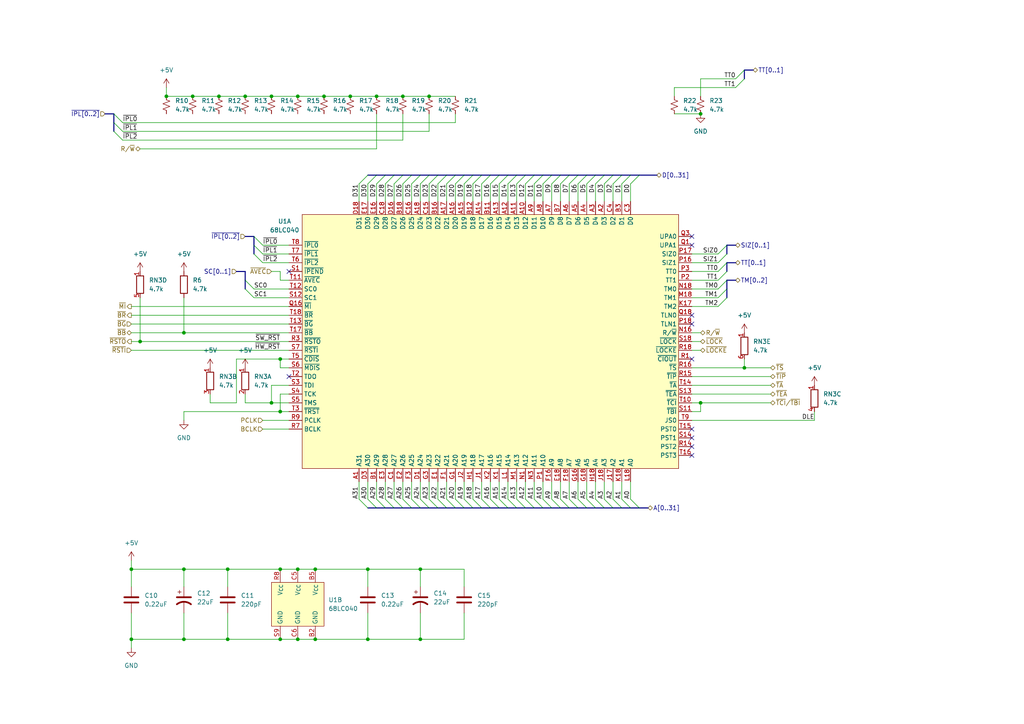
<source format=kicad_sch>
(kicad_sch (version 20230121) (generator eeschema)
  (paper "A4")
  (lib_symbols
    (symbol "68040:68LC040"
      (property "Reference" "U" (at 0 0 0))
      (property "Value" "68LC040" (at 0 0 0))
      (symbol "68LC040_1_1"
        (rectangle (start -54.61 36.83) (end 54.61 -36.83) (fill (type background)))
        (pin bidirectional line (at -38.1 -40.64 90) (length 3.81) (name "A31") (number "A1"))
        (pin bidirectional line (at 10.16 40.64 270) (length 3.81) (name "D12") (number "A10"))
        (pin bidirectional line (at 7.62 40.64 270) (length 3.81) (name "D13") (number "A11"))
        (pin bidirectional line (at 5.08 40.64 270) (length 3.81) (name "D14") (number "A12"))
        (pin bidirectional line (at 2.54 40.64 270) (length 3.81) (name "D15") (number "A13"))
        (pin bidirectional line (at -2.54 40.64 270) (length 3.81) (name "D17") (number "A14"))
        (pin bidirectional line (at -7.62 40.64 270) (length 3.81) (name "D19") (number "A15"))
        (pin bidirectional line (at -10.16 40.64 270) (length 3.81) (name "D20") (number "A16"))
        (pin bidirectional line (at -12.7 40.64 270) (length 3.81) (name "D21") (number "A17"))
        (pin bidirectional line (at -20.32 40.64 270) (length 3.81) (name "D24") (number "A18"))
        (pin bidirectional line (at 33.02 40.64 270) (length 3.81) (name "D3") (number "A2"))
        (pin bidirectional line (at 30.48 40.64 270) (length 3.81) (name "D4") (number "A3"))
        (pin bidirectional line (at 27.94 40.64 270) (length 3.81) (name "D5") (number "A4"))
        (pin bidirectional line (at 25.4 40.64 270) (length 3.81) (name "D6") (number "A5"))
        (pin bidirectional line (at 22.86 40.64 270) (length 3.81) (name "D7") (number "A6"))
        (pin bidirectional line (at 17.78 40.64 270) (length 3.81) (name "D9") (number "A7"))
        (pin bidirectional line (at 15.24 40.64 270) (length 3.81) (name "D10") (number "A8"))
        (pin bidirectional line (at 12.7 40.64 270) (length 3.81) (name "D11") (number "A9"))
        (pin bidirectional line (at -33.02 -40.64 90) (length 3.81) (name "A29") (number "B1"))
        (pin bidirectional line (at 0 40.64 270) (length 3.81) (name "D16") (number "B11"))
        (pin bidirectional line (at -5.08 40.64 270) (length 3.81) (name "D18") (number "B12"))
        (pin bidirectional line (at -15.24 40.64 270) (length 3.81) (name "D22") (number "B16"))
        (pin bidirectional line (at -25.4 40.64 270) (length 3.81) (name "D26") (number "B18"))
        (pin bidirectional line (at 38.1 40.64 270) (length 3.81) (name "D1") (number "B3"))
        (pin bidirectional line (at 20.32 40.64 270) (length 3.81) (name "D8") (number "B7"))
        (pin bidirectional line (at -27.94 -40.64 90) (length 3.81) (name "A27") (number "C1"))
        (pin bidirectional line (at -17.78 40.64 270) (length 3.81) (name "D23") (number "C15"))
        (pin bidirectional line (at -22.86 40.64 270) (length 3.81) (name "D25") (number "C16"))
        (pin bidirectional line (at -30.48 40.64 270) (length 3.81) (name "D28") (number "C18"))
        (pin bidirectional line (at 40.64 40.64 270) (length 3.81) (name "D0") (number "C3"))
        (pin bidirectional line (at 35.56 40.64 270) (length 3.81) (name "D2") (number "C4"))
        (pin bidirectional line (at -20.32 -40.64 90) (length 3.81) (name "A24") (number "D1"))
        (pin bidirectional line (at -27.94 40.64 270) (length 3.81) (name "D27") (number "D16"))
        (pin bidirectional line (at -38.1 40.64 270) (length 3.81) (name "D31") (number "D18"))
        (pin bidirectional line (at -35.56 -40.64 90) (length 3.81) (name "A30") (number "D3"))
        (pin bidirectional line (at -15.24 -40.64 90) (length 3.81) (name "A22") (number "E1"))
        (pin bidirectional line (at -33.02 40.64 270) (length 3.81) (name "D29") (number "E16"))
        (pin bidirectional line (at -35.56 40.64 270) (length 3.81) (name "D30") (number "E17"))
        (pin bidirectional line (at 20.32 -40.64 90) (length 3.81) (name "A8") (number "E18"))
        (pin bidirectional line (at -25.4 -40.64 90) (length 3.81) (name "A26") (number "E2"))
        (pin bidirectional line (at -30.48 -40.64 90) (length 3.81) (name "A28") (number "E3"))
        (pin bidirectional line (at -12.7 -40.64 90) (length 3.81) (name "A21") (number "F1"))
        (pin bidirectional line (at 17.78 -40.64 90) (length 3.81) (name "A9") (number "F16"))
        (pin bidirectional line (at 22.86 -40.64 90) (length 3.81) (name "A7") (number "F18"))
        (pin bidirectional line (at -22.86 -40.64 90) (length 3.81) (name "A25") (number "F3"))
        (pin bidirectional line (at -10.16 -40.64 90) (length 3.81) (name "A20") (number "G1"))
        (pin bidirectional line (at 25.4 -40.64 90) (length 3.81) (name "A6") (number "G16"))
        (pin bidirectional line (at 27.94 -40.64 90) (length 3.81) (name "A5") (number "G18"))
        (pin bidirectional line (at -17.78 -40.64 90) (length 3.81) (name "A23") (number "G3"))
        (pin bidirectional line (at -5.08 -40.64 90) (length 3.81) (name "A18") (number "H1"))
        (pin bidirectional line (at 30.48 -40.64 90) (length 3.81) (name "A4") (number "H18"))
        (pin bidirectional line (at -2.54 -40.64 90) (length 3.81) (name "A17") (number "J1"))
        (pin bidirectional line (at 35.56 -40.64 90) (length 3.81) (name "A2") (number "J17"))
        (pin bidirectional line (at 33.02 -40.64 90) (length 3.81) (name "A3") (number "J18"))
        (pin bidirectional line (at -7.62 -40.64 90) (length 3.81) (name "A19") (number "J2"))
        (pin bidirectional line (at 2.54 -40.64 90) (length 3.81) (name "A15") (number "K1"))
        (pin output line (at 58.42 10.16 180) (length 3.81) (name "TM2") (number "K17"))
        (pin bidirectional line (at 38.1 -40.64 90) (length 3.81) (name "A1") (number "K18"))
        (pin bidirectional line (at 0 -40.64 90) (length 3.81) (name "A16") (number "K2"))
        (pin bidirectional line (at 5.08 -40.64 90) (length 3.81) (name "A14") (number "L1"))
        (pin bidirectional line (at 40.64 -40.64 90) (length 3.81) (name "A0") (number "L18"))
        (pin bidirectional line (at 7.62 -40.64 90) (length 3.81) (name "A13") (number "M1"))
        (pin output line (at 58.42 12.7 180) (length 3.81) (name "TM1") (number "M18"))
        (pin bidirectional line (at 10.16 -40.64 90) (length 3.81) (name "A12") (number "N1"))
        (pin bidirectional line (at 58.42 2.54 180) (length 3.81) (name "R/~{W}") (number "N16"))
        (pin output line (at 58.42 15.24 180) (length 3.81) (name "TM0") (number "N18"))
        (pin bidirectional line (at 12.7 -40.64 90) (length 3.81) (name "A11") (number "N3"))
        (pin bidirectional line (at 15.24 -40.64 90) (length 3.81) (name "A10") (number "P1"))
        (pin bidirectional line (at 58.42 22.86 180) (length 3.81) (name "SIZ1") (number "P16"))
        (pin bidirectional line (at 58.42 25.4 180) (length 3.81) (name "SIZ0") (number "P17"))
        (pin output line (at 58.42 5.08 180) (length 3.81) (name "TLN1") (number "P18"))
        (pin bidirectional line (at 58.42 17.78 180) (length 3.81) (name "TT1") (number "P2"))
        (pin bidirectional line (at 58.42 20.32 180) (length 3.81) (name "TT0") (number "P3"))
        (pin output line (at 58.42 27.94 180) (length 3.81) (name "UPA1") (number "Q1"))
        (pin output line (at -58.42 10.16 0) (length 3.81) (name "~{MI}") (number "Q16"))
        (pin output line (at 58.42 7.62 180) (length 3.81) (name "TLN0") (number "Q18"))
        (pin output line (at 58.42 30.48 180) (length 3.81) (name "UPA0") (number "Q3"))
        (pin output line (at 58.42 -5.08 180) (length 3.81) (name "~{CIOUT}") (number "R1"))
        (pin output line (at 58.42 -30.48 180) (length 3.81) (name "PST2") (number "R14"))
        (pin output line (at 58.42 -10.16 180) (length 3.81) (name "~{TIP}") (number "R15"))
        (pin bidirectional line (at 58.42 -7.62 180) (length 3.81) (name "~{TS}") (number "R16"))
        (pin output line (at 58.42 -2.54 180) (length 3.81) (name "~{LOCKE}") (number "R18"))
        (pin output line (at -58.42 0 0) (length 3.81) (name "~{RSTO}") (number "R3"))
        (pin input line (at -58.42 -25.4 0) (length 3.81) (name "BCLK") (number "R7"))
        (pin input line (at -58.42 -22.86 0) (length 3.81) (name "PCLK") (number "R9"))
        (pin output line (at -58.42 20.32 0) (length 3.81) (name "~{IPEND}") (number "S1"))
        (pin input line (at 58.42 -20.32 180) (length 3.81) (name "~{TBI}") (number "S11"))
        (pin input line (at -58.42 12.7 0) (length 3.81) (name "SC1") (number "S12"))
        (pin input line (at 58.42 -15.24 180) (length 3.81) (name "~{TEA}") (number "S13"))
        (pin output line (at 58.42 -27.94 180) (length 3.81) (name "PST1") (number "S14"))
        (pin output line (at 58.42 0 180) (length 3.81) (name "~{LOCK}") (number "S18"))
        (pin input line (at -58.42 -12.7 0) (length 3.81) (name "TDI") (number "S3"))
        (pin input line (at -58.42 -15.24 0) (length 3.81) (name "TCK") (number "S4"))
        (pin input line (at -58.42 -17.78 0) (length 3.81) (name "TMS") (number "S5"))
        (pin input line (at -58.42 -7.62 0) (length 3.81) (name "~{MDIS}") (number "S6"))
        (pin input line (at -58.42 -2.54 0) (length 3.81) (name "~{RSTI}") (number "S7"))
        (pin input line (at 58.42 -17.78 180) (length 3.81) (name "~{TCI}") (number "T10"))
        (pin input line (at -58.42 17.78 0) (length 3.81) (name "~{AVEC}") (number "T11"))
        (pin input line (at -58.42 15.24 0) (length 3.81) (name "SC0") (number "T12"))
        (pin input line (at -58.42 5.08 0) (length 3.81) (name "~{BG}") (number "T13"))
        (pin bidirectional line (at 58.42 -12.7 180) (length 3.81) (name "~{TA}") (number "T14"))
        (pin output line (at 58.42 -25.4 180) (length 3.81) (name "PST0") (number "T15"))
        (pin output line (at 58.42 -33.02 180) (length 3.81) (name "PST3") (number "T16"))
        (pin bidirectional line (at -58.42 2.54 0) (length 3.81) (name "~{BB}") (number "T17"))
        (pin output line (at -58.42 7.62 0) (length 3.81) (name "~{BR}") (number "T18"))
        (pin output line (at -58.42 -10.16 0) (length 3.81) (name "TDO") (number "T2"))
        (pin input line (at -58.42 -20.32 0) (length 3.81) (name "~{TRST}") (number "T3"))
        (pin input line (at -58.42 -5.08 0) (length 3.81) (name "~{CDIS}") (number "T5"))
        (pin input line (at -58.42 22.86 0) (length 3.81) (name "~{IPL2}") (number "T6"))
        (pin input line (at -58.42 25.4 0) (length 3.81) (name "~{IPL1}") (number "T7"))
        (pin input line (at -58.42 27.94 0) (length 3.81) (name "~{IPL0}") (number "T8"))
        (pin input line (at 58.42 -22.86 180) (length 3.81) (name "JS0") (number "T9"))
      )
      (symbol "68LC040_2_1"
        (rectangle (start -7.62 6.35) (end 7.62 -6.35) (fill (type background)))
        (pin passive line (at 5.08 -10.16 90) (length 3.81) hide (name "GND") (number "B10"))
        (pin passive line (at 5.08 -10.16 90) (length 3.81) hide (name "GND") (number "B13"))
        (pin passive line (at 5.08 10.16 270) (length 3.81) hide (name "V_{CC}") (number "B14"))
        (pin passive line (at 5.08 -10.16 90) (length 3.81) hide (name "GND") (number "B15"))
        (pin passive line (at 5.08 -10.16 90) (length 3.81) hide (name "GND") (number "B17"))
        (pin power_in line (at 5.08 -10.16 90) (length 3.81) (name "GND") (number "B2"))
        (pin passive line (at 5.08 -10.16 90) (length 3.81) hide (name "GND") (number "B4"))
        (pin power_in line (at 5.08 10.16 270) (length 3.81) (name "V_{CC}") (number "B5"))
        (pin passive line (at 5.08 -10.16 90) (length 3.81) hide (name "GND") (number "B6"))
        (pin passive line (at 5.08 -10.16 90) (length 3.81) hide (name "GND") (number "B8"))
        (pin passive line (at 5.08 10.16 270) (length 3.81) hide (name "V_{CC}") (number "B9"))
        (pin passive line (at 0 10.16 270) (length 3.81) hide (name "V_{CC}") (number "C10"))
        (pin passive line (at 0 -10.16 90) (length 3.81) hide (name "GND") (number "C11"))
        (pin passive line (at 0 10.16 270) (length 3.81) hide (name "V_{CC}") (number "C12"))
        (pin passive line (at 0 -10.16 90) (length 3.81) hide (name "GND") (number "C13"))
        (pin passive line (at 0 10.16 270) (length 3.81) hide (name "V_{CC}") (number "C14"))
        (pin passive line (at 5.08 10.16 270) (length 3.81) hide (name "V_{CC}") (number "C17"))
        (pin passive line (at 5.08 10.16 270) (length 3.81) hide (name "V_{CC}") (number "C2"))
        (pin power_in line (at 0 10.16 270) (length 3.81) (name "V_{CC}") (number "C5"))
        (pin power_in line (at 0 -10.16 90) (length 3.81) (name "GND") (number "C6"))
        (pin passive line (at 0 -10.16 90) (length 3.81) hide (name "GND") (number "C7"))
        (pin passive line (at 0 10.16 270) (length 3.81) hide (name "V_{CC}") (number "C8"))
        (pin passive line (at 0 -10.16 90) (length 3.81) hide (name "GND") (number "C9"))
        (pin passive line (at 5.08 -10.16 90) (length 3.81) hide (name "GND") (number "D17"))
        (pin passive line (at 5.08 -10.16 90) (length 3.81) hide (name "GND") (number "D2"))
        (pin passive line (at 5.08 -10.16 90) (length 3.81) hide (name "GND") (number "F17"))
        (pin passive line (at 5.08 -10.16 90) (length 3.81) hide (name "GND") (number "F2"))
        (pin passive line (at 5.08 10.16 270) (length 3.81) hide (name "V_{CC}") (number "G17"))
        (pin passive line (at 5.08 10.16 270) (length 3.81) hide (name "V_{CC}") (number "G2"))
        (pin passive line (at 0 10.16 270) (length 3.81) hide (name "V_{CC}") (number "H16"))
        (pin passive line (at 5.08 -10.16 90) (length 3.81) hide (name "GND") (number "H17"))
        (pin passive line (at 5.08 -10.16 90) (length 3.81) hide (name "GND") (number "H2"))
        (pin passive line (at 0 10.16 270) (length 3.81) hide (name "V_{CC}") (number "H3"))
        (pin passive line (at 0 10.16 270) (length 3.81) hide (name "V_{CC}") (number "J16"))
        (pin passive line (at 0 10.16 270) (length 3.81) hide (name "V_{CC}") (number "J3"))
        (pin passive line (at 0 -10.16 90) (length 3.81) hide (name "GND") (number "K16"))
        (pin passive line (at 0 -10.16 90) (length 3.81) hide (name "GND") (number "K3"))
        (pin passive line (at 0 10.16 270) (length 3.81) hide (name "V_{CC}") (number "L16"))
        (pin passive line (at 5.08 -10.16 90) (length 3.81) hide (name "GND") (number "L17"))
        (pin passive line (at 5.08 -10.16 90) (length 3.81) hide (name "GND") (number "L2"))
        (pin passive line (at 0 -10.16 90) (length 3.81) hide (name "GND") (number "L3"))
        (pin passive line (at 0 -10.16 90) (length 3.81) hide (name "GND") (number "M16"))
        (pin passive line (at 5.08 10.16 270) (length 3.81) hide (name "V_{CC}") (number "M17"))
        (pin passive line (at 5.08 10.16 270) (length 3.81) hide (name "V_{CC}") (number "M2"))
        (pin passive line (at 0 10.16 270) (length 3.81) hide (name "V_{CC}") (number "M3"))
        (pin passive line (at 5.08 -10.16 90) (length 3.81) hide (name "GND") (number "N17"))
        (pin passive line (at 5.08 -10.16 90) (length 3.81) hide (name "GND") (number "N2"))
        (pin passive line (at 5.08 -10.16 90) (length 3.81) hide (name "GND") (number "Q17"))
        (pin passive line (at 5.08 -10.16 90) (length 3.81) hide (name "GND") (number "Q2"))
        (pin passive line (at -5.08 -10.16 90) (length 3.81) hide (name "GND") (number "R10"))
        (pin passive line (at 0 -10.16 90) (length 3.81) hide (name "GND") (number "R11"))
        (pin passive line (at 0 10.16 270) (length 3.81) hide (name "V_{CC}") (number "R12"))
        (pin passive line (at 0 -10.16 90) (length 3.81) hide (name "GND") (number "R13"))
        (pin passive line (at 5.08 10.16 270) (length 3.81) hide (name "V_{CC}") (number "R17"))
        (pin passive line (at 5.08 10.16 270) (length 3.81) hide (name "V_{CC}") (number "R2"))
        (pin passive line (at 0 -10.16 90) (length 3.81) hide (name "GND") (number "R4"))
        (pin passive line (at 0 10.16 270) (length 3.81) hide (name "V_{CC}") (number "R5"))
        (pin passive line (at -5.08 -10.16 90) (length 3.81) hide (name "GND") (number "R6"))
        (pin power_in line (at -5.08 10.16 270) (length 3.81) (name "V_{CC}") (number "R8"))
        (pin passive line (at 0 -10.16 90) (length 3.81) hide (name "GND") (number "S10"))
        (pin passive line (at 5.08 -10.16 90) (length 3.81) hide (name "GND") (number "S15"))
        (pin passive line (at 5.08 10.16 270) (length 3.81) hide (name "V_{CC}") (number "S16"))
        (pin passive line (at 5.08 -10.16 90) (length 3.81) hide (name "GND") (number "S17"))
        (pin passive line (at 5.08 -10.16 90) (length 3.81) hide (name "GND") (number "S2"))
        (pin passive line (at -5.08 10.16 270) (length 3.81) hide (name "V_{CC}") (number "S8"))
        (pin power_in line (at -5.08 -10.16 90) (length 3.81) (name "GND") (number "S9"))
        (pin passive line (at 0 -10.16 90) (length 3.81) hide (name "GND") (number "T4"))
      )
    )
    (symbol "Device:C" (pin_numbers hide) (pin_names (offset 0.254))
      (property "Reference" "C" (at 0.635 2.54 0))
      (property "Value" "C" (at 0.635 -2.54 0))
      (symbol "C_0_1"
        (polyline (pts (xy -2.032 -0.762) (xy 2.032 -0.762)) (stroke (width 0.508)))
        (polyline (pts (xy -2.032 0.762) (xy 2.032 0.762)) (stroke (width 0.508)))
      )
      (symbol "C_1_1"
        (pin passive line (at 0 3.81 270) (length 2.794) (name "~") (number "1"))
        (pin passive line (at 0 -3.81 90) (length 2.794) (name "~") (number "2"))
      )
    )
    (symbol "Device:C_Polarized_US" (pin_numbers hide) (pin_names (offset 0.254) hide)
      (property "Reference" "C" (at 0.635 2.54 0))
      (property "Value" "C_Polarized_US" (at 0.635 -2.54 0))
      (symbol "C_Polarized_US_0_1"
        (polyline (pts (xy -2.032 0.762) (xy 2.032 0.762)) (stroke (width 0.508)))
        (polyline (pts (xy -1.778 2.286) (xy -0.762 2.286)))
        (polyline (pts (xy -1.27 1.778) (xy -1.27 2.794)))
        (arc (start 2.032 -1.27) (mid 0 -0.5572) (end -2.032 -1.27) (stroke (width 0.508)))
      )
      (symbol "C_Polarized_US_1_1"
        (pin passive line (at 0 3.81 270) (length 2.794) (name "~") (number "1"))
        (pin passive line (at 0 -3.81 90) (length 3.302) (name "~") (number "2"))
      )
    )
    (symbol "Device:R" (pin_numbers hide) (pin_names (offset 0))
      (property "Reference" "R" (at 2.032 0 90))
      (property "Value" "R" (at 0 0 90))
      (symbol "R_0_1"
        (rectangle (start -1.016 -2.54) (end 1.016 2.54) (stroke (width 0.254)))
      )
      (symbol "R_1_1"
        (pin passive line (at 0 3.81 270) (length 1.27) (name "~") (number "1"))
        (pin passive line (at 0 -3.81 90) (length 1.27) (name "~") (number "2"))
      )
    )
    (symbol "Device:R_Network05_Split" (pin_names (offset 0) hide)
      (property "Reference" "RN" (at 2.032 0 90))
      (property "Value" "R_Network05_Split" (at 0 0 90))
      (symbol "R_Network05_Split_0_1"
        (rectangle (start 1.016 2.54) (end -1.016 -2.54) (stroke (width 0.254)))
        (pin passive line (at 0 3.81 270) (length 1.27) (name "R1") (number "1"))
      )
      (symbol "R_Network05_Split_1_1"
        (pin passive line (at 0 -3.81 90) (length 1.27) (name "R1.2") (number "2"))
      )
      (symbol "R_Network05_Split_2_1"
        (pin passive line (at 0 -3.81 90) (length 1.27) (name "R2.2") (number "3"))
      )
      (symbol "R_Network05_Split_3_1"
        (pin passive line (at 0 -3.81 90) (length 1.27) (name "R3.2") (number "4"))
      )
      (symbol "R_Network05_Split_4_1"
        (pin passive line (at 0 -3.81 90) (length 1.27) (name "R4.2") (number "5"))
      )
      (symbol "R_Network05_Split_5_1"
        (pin passive line (at 0 -3.81 90) (length 1.27) (name "R5.2") (number "6"))
      )
    )
    (symbol "Device:R_Small_US" (pin_numbers hide) (pin_names (offset 0.254) hide)
      (property "Reference" "R" (at 0.762 0.508 0))
      (property "Value" "R_Small_US" (at 0.762 -1.016 0))
      (symbol "R_Small_US_1_1"
        (polyline (pts (xy 0 0) (xy 1.016 -0.381) (xy 0 -0.762) (xy -1.016 -1.143) (xy 0 -1.524)))
        (polyline (pts (xy 0 1.524) (xy 1.016 1.143) (xy 0 0.762) (xy -1.016 0.381) (xy 0 0)))
        (pin passive line (at 0 2.54 270) (length 1.016) (name "~") (number "1"))
        (pin passive line (at 0 -2.54 90) (length 1.016) (name "~") (number "2"))
      )
    )
    (symbol "power:+5V" (power) (pin_names (offset 0))
      (property "Value" "+5V" (at 0 3.556 0))
      (symbol "+5V_0_1"
        (polyline (pts (xy -0.762 1.27) (xy 0 2.54)))
        (polyline (pts (xy 0 0) (xy 0 2.54)))
        (polyline (pts (xy 0 2.54) (xy 0.762 1.27)))
      )
      (symbol "+5V_1_1"
        (pin power_in line (at 0 0 90) (length 0) hide (name "+5V") (number "1"))
      )
    )
    (symbol "power:GND" (power) (pin_names (offset 0))
      (property "Value" "GND" (at 0 -3.81 0))
      (symbol "GND_0_1"
        (polyline (pts (xy 0 0) (xy 0 -1.27) (xy 1.27 -1.27) (xy 0 -2.54) (xy -1.27 -1.27) (xy 0 -1.27)))
      )
      (symbol "GND_1_1"
        (pin power_in line (at 0 0 270) (length 0) hide (name "GND") (number "1"))
      )
    )
  )
  (junction (at 38.1 165.1))
  (junction (at 203.2 33.02))
  (junction (at 66.04 185.42))
  (junction (at 109.22 27.94))
  (junction (at 101.6 27.94))
  (junction (at 81.28 165.1))
  (junction (at 86.36 185.42))
  (junction (at 121.92 165.1))
  (junction (at 116.84 27.94))
  (junction (at 55.88 27.94))
  (junction (at 53.34 185.42))
  (junction (at 78.74 27.94))
  (junction (at 66.04 165.1))
  (junction (at 91.44 165.1))
  (junction (at 38.1 185.42))
  (junction (at 121.92 185.42))
  (junction (at 48.26 27.94))
  (junction (at 215.9 106.68))
  (junction (at 40.64 99.06))
  (junction (at 203.2 116.84))
  (junction (at 71.12 27.94))
  (junction (at 86.36 165.1))
  (junction (at 91.44 185.42))
  (junction (at 81.28 185.42))
  (junction (at 78.74 116.84))
  (junction (at 93.98 27.94))
  (junction (at 53.34 96.52))
  (junction (at 106.68 185.42))
  (junction (at 124.46 27.94))
  (junction (at 63.5 27.94))
  (junction (at 81.28 104.14))
  (junction (at 86.36 27.94))
  (junction (at 53.34 165.1))
  (junction (at 106.68 165.1))
  (junction (at 81.28 119.38))
  (no_connect (at 200.66 129.54))
  (no_connect (at 200.66 68.58))
  (no_connect (at 200.66 91.44))
  (no_connect (at 200.66 93.98))
  (no_connect (at 200.66 104.14))
  (no_connect (at 83.82 78.74))
  (no_connect (at 200.66 71.12))
  (no_connect (at 200.66 124.46))
  (no_connect (at 200.66 132.08))
  (no_connect (at 200.66 127))
  (no_connect (at 83.82 109.22))
  (bus_entry (at 149.86 53.34) (size 2.54 -2.54))
  (bus_entry (at 215.9 20.32) (size -2.54 2.54))
  (bus_entry (at 132.08 144.78) (size 2.54 2.54))
  (bus_entry (at 114.3 53.34) (size 2.54 -2.54))
  (bus_entry (at 157.48 53.34) (size 2.54 -2.54))
  (bus_entry (at 132.08 53.34) (size 2.54 -2.54))
  (bus_entry (at 33.02 38.1) (size 2.54 2.54))
  (bus_entry (at 119.38 53.34) (size 2.54 -2.54))
  (bus_entry (at 142.24 53.34) (size 2.54 -2.54))
  (bus_entry (at 210.82 86.36) (size -2.54 2.54))
  (bus_entry (at 157.48 144.78) (size 2.54 2.54))
  (bus_entry (at 210.82 81.28) (size -2.54 2.54))
  (bus_entry (at 149.86 144.78) (size 2.54 2.54))
  (bus_entry (at 116.84 144.78) (size 2.54 2.54))
  (bus_entry (at 71.12 83.82) (size 2.54 2.54))
  (bus_entry (at 147.32 53.34) (size 2.54 -2.54))
  (bus_entry (at 137.16 53.34) (size 2.54 -2.54))
  (bus_entry (at 109.22 144.78) (size 2.54 2.54))
  (bus_entry (at 142.24 144.78) (size 2.54 2.54))
  (bus_entry (at 180.34 53.34) (size 2.54 -2.54))
  (bus_entry (at 182.88 53.34) (size 2.54 -2.54))
  (bus_entry (at 177.8 144.78) (size 2.54 2.54))
  (bus_entry (at 175.26 144.78) (size 2.54 2.54))
  (bus_entry (at 210.82 83.82) (size -2.54 2.54))
  (bus_entry (at 210.82 73.66) (size -2.54 2.54))
  (bus_entry (at 73.66 73.66) (size 2.54 2.54))
  (bus_entry (at 124.46 53.34) (size 2.54 -2.54))
  (bus_entry (at 121.92 144.78) (size 2.54 2.54))
  (bus_entry (at 152.4 53.34) (size 2.54 -2.54))
  (bus_entry (at 106.68 144.78) (size 2.54 2.54))
  (bus_entry (at 111.76 144.78) (size 2.54 2.54))
  (bus_entry (at 129.54 53.34) (size 2.54 -2.54))
  (bus_entry (at 109.22 53.34) (size 2.54 -2.54))
  (bus_entry (at 177.8 53.34) (size 2.54 -2.54))
  (bus_entry (at 144.78 53.34) (size 2.54 -2.54))
  (bus_entry (at 167.64 53.34) (size 2.54 -2.54))
  (bus_entry (at 33.02 35.56) (size 2.54 2.54))
  (bus_entry (at 134.62 53.34) (size 2.54 -2.54))
  (bus_entry (at 134.62 144.78) (size 2.54 2.54))
  (bus_entry (at 124.46 144.78) (size 2.54 2.54))
  (bus_entry (at 165.1 144.78) (size 2.54 2.54))
  (bus_entry (at 175.26 53.34) (size 2.54 -2.54))
  (bus_entry (at 139.7 144.78) (size 2.54 2.54))
  (bus_entry (at 210.82 76.2) (size -2.54 2.54))
  (bus_entry (at 180.34 144.78) (size 2.54 2.54))
  (bus_entry (at 210.82 78.74) (size -2.54 2.54))
  (bus_entry (at 210.82 71.12) (size -2.54 2.54))
  (bus_entry (at 111.76 53.34) (size 2.54 -2.54))
  (bus_entry (at 172.72 144.78) (size 2.54 2.54))
  (bus_entry (at 165.1 53.34) (size 2.54 -2.54))
  (bus_entry (at 170.18 53.34) (size 2.54 -2.54))
  (bus_entry (at 167.64 144.78) (size 2.54 2.54))
  (bus_entry (at 147.32 144.78) (size 2.54 2.54))
  (bus_entry (at 154.94 144.78) (size 2.54 2.54))
  (bus_entry (at 172.72 53.34) (size 2.54 -2.54))
  (bus_entry (at 139.7 53.34) (size 2.54 -2.54))
  (bus_entry (at 170.18 144.78) (size 2.54 2.54))
  (bus_entry (at 160.02 53.34) (size 2.54 -2.54))
  (bus_entry (at 162.56 144.78) (size 2.54 2.54))
  (bus_entry (at 116.84 53.34) (size 2.54 -2.54))
  (bus_entry (at 119.38 144.78) (size 2.54 2.54))
  (bus_entry (at 71.12 81.28) (size 2.54 2.54))
  (bus_entry (at 215.9 22.86) (size -2.54 2.54))
  (bus_entry (at 144.78 144.78) (size 2.54 2.54))
  (bus_entry (at 154.94 53.34) (size 2.54 -2.54))
  (bus_entry (at 33.02 33.02) (size 2.54 2.54))
  (bus_entry (at 114.3 144.78) (size 2.54 2.54))
  (bus_entry (at 160.02 144.78) (size 2.54 2.54))
  (bus_entry (at 152.4 144.78) (size 2.54 2.54))
  (bus_entry (at 182.88 144.78) (size 2.54 2.54))
  (bus_entry (at 121.92 53.34) (size 2.54 -2.54))
  (bus_entry (at 137.16 144.78) (size 2.54 2.54))
  (bus_entry (at 73.66 71.12) (size 2.54 2.54))
  (bus_entry (at 129.54 144.78) (size 2.54 2.54))
  (bus_entry (at 73.66 68.58) (size 2.54 2.54))
  (bus_entry (at 162.56 53.34) (size 2.54 -2.54))
  (bus_entry (at 127 144.78) (size 2.54 2.54))
  (bus_entry (at 106.68 53.34) (size 2.54 -2.54))
  (bus_entry (at 127 53.34) (size 2.54 -2.54))
  (bus_entry (at 104.14 53.34) (size 2.54 -2.54))
  (bus_entry (at 104.14 144.78) (size 2.54 2.54))
  (wire (pts (xy 208.28 81.28) (xy 200.66 81.28)))
  (wire (pts (xy 195.58 25.4) (xy 195.58 27.94)))
  (bus (pts (xy 165.1 50.8) (xy 167.64 50.8)))
  (wire (pts (xy 104.14 58.42) (xy 104.14 53.34)))
  (wire (pts (xy 119.38 58.42) (xy 119.38 53.34)))
  (bus (pts (xy 157.48 50.8) (xy 160.02 50.8)))
  (wire (pts (xy 124.46 38.1) (xy 124.46 33.02)))
  (wire (pts (xy 129.54 144.78) (xy 129.54 139.7)))
  (bus (pts (xy 33.02 38.1) (xy 33.02 35.56)))
  (bus (pts (xy 111.76 147.32) (xy 114.3 147.32)))
  (bus (pts (xy 162.56 50.8) (xy 165.1 50.8)))
  (bus (pts (xy 175.26 147.32) (xy 177.8 147.32)))
  (wire (pts (xy 109.22 58.42) (xy 109.22 53.34)))
  (wire (pts (xy 76.2 121.92) (xy 83.82 121.92)))
  (wire (pts (xy 38.1 165.1) (xy 38.1 170.18)))
  (bus (pts (xy 172.72 50.8) (xy 175.26 50.8)))
  (bus (pts (xy 187.96 147.32) (xy 185.42 147.32)))
  (bus (pts (xy 139.7 50.8) (xy 142.24 50.8)))
  (bus (pts (xy 215.9 20.32) (xy 215.9 22.86)))
  (wire (pts (xy 81.28 104.14) (xy 68.58 104.14)))
  (bus (pts (xy 185.42 50.8) (xy 190.5 50.8)))
  (wire (pts (xy 177.8 58.42) (xy 177.8 53.34)))
  (wire (pts (xy 106.68 177.8) (xy 106.68 185.42)))
  (bus (pts (xy 182.88 147.32) (xy 185.42 147.32)))
  (bus (pts (xy 218.44 20.32) (xy 215.9 20.32)))
  (wire (pts (xy 53.34 165.1) (xy 38.1 165.1)))
  (wire (pts (xy 76.2 73.66) (xy 83.82 73.66)))
  (bus (pts (xy 152.4 147.32) (xy 154.94 147.32)))
  (bus (pts (xy 144.78 147.32) (xy 147.32 147.32)))
  (wire (pts (xy 66.04 177.8) (xy 66.04 185.42)))
  (bus (pts (xy 116.84 147.32) (xy 119.38 147.32)))
  (wire (pts (xy 83.82 111.76) (xy 78.74 111.76)))
  (bus (pts (xy 71.12 81.28) (xy 71.12 83.82)))
  (bus (pts (xy 33.02 33.02) (xy 30.48 33.02)))
  (bus (pts (xy 213.36 81.28) (xy 210.82 81.28)))
  (wire (pts (xy 106.68 185.42) (xy 121.92 185.42)))
  (wire (pts (xy 81.28 81.28) (xy 83.82 81.28)))
  (wire (pts (xy 73.66 86.36) (xy 83.82 86.36)))
  (wire (pts (xy 172.72 58.42) (xy 172.72 53.34)))
  (wire (pts (xy 53.34 185.42) (xy 66.04 185.42)))
  (bus (pts (xy 180.34 147.32) (xy 182.88 147.32)))
  (wire (pts (xy 203.2 116.84) (xy 223.52 116.84)))
  (wire (pts (xy 182.88 144.78) (xy 182.88 139.7)))
  (bus (pts (xy 132.08 147.32) (xy 134.62 147.32)))
  (wire (pts (xy 142.24 144.78) (xy 142.24 139.7)))
  (bus (pts (xy 127 147.32) (xy 129.54 147.32)))
  (wire (pts (xy 86.36 27.94) (xy 93.98 27.94)))
  (wire (pts (xy 215.9 106.68) (xy 223.52 106.68)))
  (bus (pts (xy 177.8 147.32) (xy 180.34 147.32)))
  (wire (pts (xy 83.82 106.68) (xy 81.28 106.68)))
  (wire (pts (xy 81.28 78.74) (xy 78.74 78.74)))
  (wire (pts (xy 132.08 58.42) (xy 132.08 53.34)))
  (wire (pts (xy 121.92 165.1) (xy 134.62 165.1)))
  (bus (pts (xy 175.26 50.8) (xy 177.8 50.8)))
  (bus (pts (xy 124.46 50.8) (xy 127 50.8)))
  (wire (pts (xy 73.66 83.82) (xy 83.82 83.82)))
  (wire (pts (xy 71.12 114.3) (xy 71.12 116.84)))
  (bus (pts (xy 149.86 147.32) (xy 152.4 147.32)))
  (wire (pts (xy 208.28 83.82) (xy 200.66 83.82)))
  (wire (pts (xy 91.44 165.1) (xy 106.68 165.1)))
  (wire (pts (xy 162.56 58.42) (xy 162.56 53.34)))
  (bus (pts (xy 109.22 147.32) (xy 111.76 147.32)))
  (bus (pts (xy 170.18 147.32) (xy 172.72 147.32)))
  (wire (pts (xy 121.92 165.1) (xy 121.92 170.18)))
  (wire (pts (xy 40.64 86.36) (xy 40.64 99.06)))
  (bus (pts (xy 121.92 147.32) (xy 124.46 147.32)))
  (wire (pts (xy 104.14 139.7) (xy 104.14 144.78)))
  (wire (pts (xy 149.86 58.42) (xy 149.86 53.34)))
  (bus (pts (xy 180.34 50.8) (xy 182.88 50.8)))
  (wire (pts (xy 208.28 88.9) (xy 200.66 88.9)))
  (wire (pts (xy 40.64 43.18) (xy 109.22 43.18)))
  (wire (pts (xy 38.1 88.9) (xy 83.82 88.9)))
  (bus (pts (xy 124.46 147.32) (xy 127 147.32)))
  (bus (pts (xy 114.3 147.32) (xy 116.84 147.32)))
  (wire (pts (xy 157.48 144.78) (xy 157.48 139.7)))
  (bus (pts (xy 167.64 147.32) (xy 170.18 147.32)))
  (wire (pts (xy 38.1 185.42) (xy 53.34 185.42)))
  (bus (pts (xy 142.24 147.32) (xy 144.78 147.32)))
  (wire (pts (xy 53.34 165.1) (xy 53.34 170.18)))
  (bus (pts (xy 119.38 147.32) (xy 121.92 147.32)))
  (wire (pts (xy 35.56 38.1) (xy 124.46 38.1)))
  (wire (pts (xy 167.64 144.78) (xy 167.64 139.7)))
  (wire (pts (xy 165.1 58.42) (xy 165.1 53.34)))
  (wire (pts (xy 200.66 101.6) (xy 203.2 101.6)))
  (wire (pts (xy 111.76 144.78) (xy 111.76 139.7)))
  (wire (pts (xy 48.26 27.94) (xy 55.88 27.94)))
  (wire (pts (xy 203.2 33.02) (xy 195.58 33.02)))
  (bus (pts (xy 129.54 147.32) (xy 132.08 147.32)))
  (bus (pts (xy 160.02 50.8) (xy 162.56 50.8)))
  (wire (pts (xy 200.66 99.06) (xy 203.2 99.06)))
  (bus (pts (xy 210.82 71.12) (xy 210.82 73.66)))
  (wire (pts (xy 66.04 165.1) (xy 53.34 165.1)))
  (wire (pts (xy 91.44 185.42) (xy 106.68 185.42)))
  (wire (pts (xy 38.1 99.06) (xy 40.64 99.06)))
  (wire (pts (xy 114.3 58.42) (xy 114.3 53.34)))
  (wire (pts (xy 66.04 165.1) (xy 81.28 165.1)))
  (wire (pts (xy 124.46 27.94) (xy 132.08 27.94)))
  (bus (pts (xy 160.02 147.32) (xy 162.56 147.32)))
  (wire (pts (xy 200.66 114.3) (xy 223.52 114.3)))
  (wire (pts (xy 152.4 58.42) (xy 152.4 53.34)))
  (wire (pts (xy 147.32 144.78) (xy 147.32 139.7)))
  (wire (pts (xy 208.28 73.66) (xy 200.66 73.66)))
  (wire (pts (xy 236.22 121.92) (xy 200.66 121.92)))
  (wire (pts (xy 109.22 144.78) (xy 109.22 139.7)))
  (wire (pts (xy 137.16 58.42) (xy 137.16 53.34)))
  (wire (pts (xy 137.16 144.78) (xy 137.16 139.7)))
  (wire (pts (xy 175.26 144.78) (xy 175.26 139.7)))
  (wire (pts (xy 236.22 121.92) (xy 236.22 119.38)))
  (wire (pts (xy 106.68 165.1) (xy 121.92 165.1)))
  (wire (pts (xy 165.1 144.78) (xy 165.1 139.7)))
  (bus (pts (xy 73.66 68.58) (xy 71.12 68.58)))
  (bus (pts (xy 213.36 71.12) (xy 210.82 71.12)))
  (wire (pts (xy 182.88 58.42) (xy 182.88 53.34)))
  (bus (pts (xy 121.92 50.8) (xy 124.46 50.8)))
  (bus (pts (xy 182.88 50.8) (xy 185.42 50.8)))
  (wire (pts (xy 66.04 165.1) (xy 66.04 170.18)))
  (wire (pts (xy 124.46 144.78) (xy 124.46 139.7)))
  (wire (pts (xy 68.58 116.84) (xy 60.96 116.84)))
  (bus (pts (xy 137.16 147.32) (xy 139.7 147.32)))
  (wire (pts (xy 76.2 76.2) (xy 83.82 76.2)))
  (wire (pts (xy 83.82 114.3) (xy 81.28 114.3)))
  (wire (pts (xy 124.46 58.42) (xy 124.46 53.34)))
  (wire (pts (xy 109.22 27.94) (xy 116.84 27.94)))
  (bus (pts (xy 147.32 50.8) (xy 149.86 50.8)))
  (wire (pts (xy 35.56 35.56) (xy 132.08 35.56)))
  (bus (pts (xy 210.82 81.28) (xy 210.82 83.82)))
  (wire (pts (xy 83.82 119.38) (xy 81.28 119.38)))
  (wire (pts (xy 66.04 185.42) (xy 81.28 185.42)))
  (wire (pts (xy 71.12 27.94) (xy 78.74 27.94)))
  (wire (pts (xy 180.34 144.78) (xy 180.34 139.7)))
  (wire (pts (xy 215.9 104.14) (xy 215.9 106.68)))
  (bus (pts (xy 177.8 50.8) (xy 180.34 50.8)))
  (bus (pts (xy 152.4 50.8) (xy 154.94 50.8)))
  (wire (pts (xy 81.28 104.14) (xy 81.28 106.68)))
  (wire (pts (xy 121.92 177.8) (xy 121.92 185.42)))
  (wire (pts (xy 200.66 116.84) (xy 203.2 116.84)))
  (bus (pts (xy 149.86 50.8) (xy 152.4 50.8)))
  (wire (pts (xy 38.1 187.96) (xy 38.1 185.42)))
  (bus (pts (xy 137.16 50.8) (xy 139.7 50.8)))
  (wire (pts (xy 200.66 109.22) (xy 223.52 109.22)))
  (bus (pts (xy 71.12 78.74) (xy 71.12 81.28)))
  (wire (pts (xy 154.94 144.78) (xy 154.94 139.7)))
  (wire (pts (xy 132.08 144.78) (xy 132.08 139.7)))
  (bus (pts (xy 210.82 76.2) (xy 210.82 78.74)))
  (wire (pts (xy 53.34 96.52) (xy 83.82 96.52)))
  (wire (pts (xy 162.56 144.78) (xy 162.56 139.7)))
  (wire (pts (xy 81.28 114.3) (xy 81.28 119.38)))
  (bus (pts (xy 134.62 50.8) (xy 137.16 50.8)))
  (wire (pts (xy 208.28 78.74) (xy 200.66 78.74)))
  (wire (pts (xy 119.38 144.78) (xy 119.38 139.7)))
  (wire (pts (xy 116.84 40.64) (xy 116.84 33.02)))
  (wire (pts (xy 200.66 106.68) (xy 215.9 106.68)))
  (bus (pts (xy 157.48 147.32) (xy 160.02 147.32)))
  (wire (pts (xy 134.62 177.8) (xy 134.62 185.42)))
  (wire (pts (xy 154.94 58.42) (xy 154.94 53.34)))
  (wire (pts (xy 78.74 111.76) (xy 78.74 116.84)))
  (wire (pts (xy 144.78 58.42) (xy 144.78 53.34)))
  (bus (pts (xy 114.3 50.8) (xy 116.84 50.8)))
  (wire (pts (xy 76.2 71.12) (xy 83.82 71.12)))
  (bus (pts (xy 144.78 50.8) (xy 147.32 50.8)))
  (wire (pts (xy 55.88 27.94) (xy 63.5 27.94)))
  (wire (pts (xy 121.92 58.42) (xy 121.92 53.34)))
  (wire (pts (xy 38.1 93.98) (xy 83.82 93.98)))
  (wire (pts (xy 106.68 58.42) (xy 106.68 53.34)))
  (wire (pts (xy 38.1 185.42) (xy 38.1 177.8)))
  (wire (pts (xy 203.2 22.86) (xy 203.2 27.94)))
  (wire (pts (xy 81.28 165.1) (xy 86.36 165.1)))
  (wire (pts (xy 127 144.78) (xy 127 139.7)))
  (wire (pts (xy 129.54 58.42) (xy 129.54 53.34)))
  (wire (pts (xy 200.66 119.38) (xy 203.2 119.38)))
  (wire (pts (xy 116.84 27.94) (xy 124.46 27.94)))
  (bus (pts (xy 167.64 50.8) (xy 170.18 50.8)))
  (wire (pts (xy 177.8 144.78) (xy 177.8 139.7)))
  (bus (pts (xy 165.1 147.32) (xy 167.64 147.32)))
  (wire (pts (xy 53.34 86.36) (xy 53.34 96.52)))
  (bus (pts (xy 127 50.8) (xy 129.54 50.8)))
  (wire (pts (xy 38.1 101.6) (xy 83.82 101.6)))
  (bus (pts (xy 170.18 50.8) (xy 172.72 50.8)))
  (wire (pts (xy 53.34 177.8) (xy 53.34 185.42)))
  (bus (pts (xy 213.36 76.2) (xy 210.82 76.2)))
  (wire (pts (xy 40.64 99.06) (xy 83.82 99.06)))
  (wire (pts (xy 38.1 165.1) (xy 38.1 162.56)))
  (bus (pts (xy 147.32 147.32) (xy 149.86 147.32)))
  (bus (pts (xy 111.76 50.8) (xy 114.3 50.8)))
  (wire (pts (xy 106.68 144.78) (xy 106.68 139.7)))
  (wire (pts (xy 172.72 144.78) (xy 172.72 139.7)))
  (wire (pts (xy 170.18 58.42) (xy 170.18 53.34)))
  (wire (pts (xy 160.02 144.78) (xy 160.02 139.7)))
  (wire (pts (xy 152.4 144.78) (xy 152.4 139.7)))
  (bus (pts (xy 129.54 50.8) (xy 132.08 50.8)))
  (wire (pts (xy 106.68 165.1) (xy 106.68 170.18)))
  (wire (pts (xy 127 58.42) (xy 127 53.34)))
  (wire (pts (xy 208.28 86.36) (xy 200.66 86.36)))
  (bus (pts (xy 73.66 73.66) (xy 73.66 71.12)))
  (bus (pts (xy 33.02 35.56) (xy 33.02 33.02)))
  (bus (pts (xy 73.66 71.12) (xy 73.66 68.58)))
  (wire (pts (xy 134.62 144.78) (xy 134.62 139.7)))
  (bus (pts (xy 116.84 50.8) (xy 119.38 50.8)))
  (wire (pts (xy 170.18 144.78) (xy 170.18 139.7)))
  (bus (pts (xy 172.72 147.32) (xy 175.26 147.32)))
  (wire (pts (xy 147.32 58.42) (xy 147.32 53.34)))
  (bus (pts (xy 154.94 147.32) (xy 157.48 147.32)))
  (wire (pts (xy 134.62 165.1) (xy 134.62 170.18)))
  (wire (pts (xy 86.36 165.1) (xy 91.44 165.1)))
  (wire (pts (xy 78.74 27.94) (xy 86.36 27.94)))
  (bus (pts (xy 106.68 50.8) (xy 109.22 50.8)))
  (wire (pts (xy 139.7 58.42) (xy 139.7 53.34)))
  (bus (pts (xy 106.68 147.32) (xy 109.22 147.32)))
  (wire (pts (xy 157.48 58.42) (xy 157.48 53.34)))
  (wire (pts (xy 81.28 104.14) (xy 83.82 104.14)))
  (wire (pts (xy 81.28 185.42) (xy 86.36 185.42)))
  (wire (pts (xy 114.3 144.78) (xy 114.3 139.7)))
  (wire (pts (xy 63.5 27.94) (xy 71.12 27.94)))
  (bus (pts (xy 134.62 147.32) (xy 137.16 147.32)))
  (wire (pts (xy 71.12 116.84) (xy 78.74 116.84)))
  (wire (pts (xy 60.96 114.3) (xy 60.96 116.84)))
  (bus (pts (xy 132.08 50.8) (xy 134.62 50.8)))
  (wire (pts (xy 38.1 96.52) (xy 53.34 96.52)))
  (wire (pts (xy 109.22 43.18) (xy 109.22 33.02)))
  (wire (pts (xy 144.78 144.78) (xy 144.78 139.7)))
  (wire (pts (xy 142.24 58.42) (xy 142.24 53.34)))
  (wire (pts (xy 35.56 40.64) (xy 116.84 40.64)))
  (bus (pts (xy 142.24 50.8) (xy 144.78 50.8)))
  (bus (pts (xy 68.58 78.74) (xy 71.12 78.74)))
  (wire (pts (xy 68.58 104.14) (xy 68.58 116.84)))
  (wire (pts (xy 195.58 25.4) (xy 213.36 25.4)))
  (wire (pts (xy 81.28 119.38) (xy 53.34 119.38)))
  (wire (pts (xy 139.7 144.78) (xy 139.7 139.7)))
  (wire (pts (xy 116.84 144.78) (xy 116.84 139.7)))
  (wire (pts (xy 81.28 78.74) (xy 81.28 81.28)))
  (wire (pts (xy 175.26 58.42) (xy 175.26 53.34)))
  (wire (pts (xy 203.2 119.38) (xy 203.2 116.84)))
  (wire (pts (xy 121.92 144.78) (xy 121.92 139.7)))
  (bus (pts (xy 162.56 147.32) (xy 165.1 147.32)))
  (wire (pts (xy 48.26 25.4) (xy 48.26 27.94)))
  (wire (pts (xy 208.28 76.2) (xy 200.66 76.2)))
  (bus (pts (xy 139.7 147.32) (xy 142.24 147.32)))
  (wire (pts (xy 203.2 22.86) (xy 213.36 22.86)))
  (wire (pts (xy 132.08 35.56) (xy 132.08 33.02)))
  (wire (pts (xy 134.62 58.42) (xy 134.62 53.34)))
  (wire (pts (xy 86.36 185.42) (xy 91.44 185.42)))
  (wire (pts (xy 111.76 58.42) (xy 111.76 53.34)))
  (wire (pts (xy 38.1 91.44) (xy 83.82 91.44)))
  (bus (pts (xy 154.94 50.8) (xy 157.48 50.8)))
  (bus (pts (xy 119.38 50.8) (xy 121.92 50.8)))
  (wire (pts (xy 149.86 144.78) (xy 149.86 139.7)))
  (wire (pts (xy 160.02 58.42) (xy 160.02 53.34)))
  (bus (pts (xy 109.22 50.8) (xy 111.76 50.8)))
  (wire (pts (xy 200.66 111.76) (xy 223.52 111.76)))
  (wire (pts (xy 101.6 27.94) (xy 109.22 27.94)))
  (wire (pts (xy 116.84 58.42) (xy 116.84 53.34)))
  (wire (pts (xy 93.98 27.94) (xy 101.6 27.94)))
  (wire (pts (xy 53.34 119.38) (xy 53.34 121.92)))
  (wire (pts (xy 200.66 96.52) (xy 203.2 96.52)))
  (wire (pts (xy 180.34 58.42) (xy 180.34 53.34)))
  (wire (pts (xy 76.2 124.46) (xy 83.82 124.46)))
  (wire (pts (xy 121.92 185.42) (xy 134.62 185.42)))
  (wire (pts (xy 78.74 116.84) (xy 83.82 116.84)))
  (bus (pts (xy 210.82 83.82) (xy 210.82 86.36)))
  (wire (pts (xy 167.64 58.42) (xy 167.64 53.34)))
  (label "D8" (at 162.56 53.34 270))
  (label "D12" (at 152.4 53.34 270))
  (label "D3" (at 175.26 53.34 270))
  (label "D29" (at 109.22 53.34 270))
  (label "A29" (at 109.22 144.78 90))
  (label "TT0" (at 208.28 78.74 180))
  (label "TT0" (at 213.36 22.86 180))
  (label "A16" (at 142.24 144.78 90))
  (label "D13" (at 149.86 53.34 270))
  (label "A1" (at 180.34 144.78 90))
  (label "SC1" (at 73.66 86.36 0))
  (label "A6" (at 167.64 144.78 90))
  (label "D5" (at 170.18 53.34 270))
  (label "A22" (at 127 144.78 90))
  (label "D16" (at 142.24 53.34 270))
  (label "TM2" (at 208.28 88.9 180))
  (label "TM1" (at 208.28 86.36 180))
  (label "A3" (at 175.26 144.78 90))
  (label "TT1" (at 208.28 81.28 180))
  (label "A30" (at 106.68 144.78 90))
  (label "A2" (at 177.8 144.78 90))
  (label "D9" (at 160.02 53.34 270))
  (label "SIZ0" (at 208.28 73.66 180))
  (label "~{IPL0}" (at 76.2 71.12 0))
  (label "D15" (at 144.78 53.34 270))
  (label "A4" (at 172.72 144.78 90))
  (label "D1" (at 180.34 53.34 270))
  (label "D18" (at 137.16 53.34 270))
  (label "~{IPL1}" (at 76.2 73.66 0))
  (label "D2" (at 177.8 53.34 270))
  (label "SC0" (at 73.66 83.82 0))
  (label "A10" (at 157.48 144.78 90))
  (label "A8" (at 162.56 144.78 90))
  (label "A17" (at 139.7 144.78 90))
  (label "D22" (at 127 53.34 270))
  (label "D28" (at 111.76 53.34 270))
  (label "A0" (at 182.88 144.78 90))
  (label "~{IPL0}" (at 35.56 35.56 0))
  (label "A11" (at 154.94 144.78 90))
  (label "A14" (at 147.32 144.78 90))
  (label "D0" (at 182.88 53.34 270))
  (label "TM0" (at 208.28 83.82 180))
  (label "A7" (at 165.1 144.78 90))
  (label "D7" (at 165.1 53.34 270))
  (label "A28" (at 111.76 144.78 90))
  (label "A31" (at 104.14 144.78 90))
  (label "D17" (at 139.7 53.34 270))
  (label "A26" (at 116.84 144.78 90))
  (label "A24" (at 121.92 144.78 90))
  (label "~{SW_RST}" (at 81.28 99.06 180))
  (label "D6" (at 167.64 53.34 270))
  (label "D20" (at 132.08 53.34 270))
  (label "D11" (at 154.94 53.34 270))
  (label "D31" (at 104.14 53.34 270))
  (label "A18" (at 137.16 144.78 90))
  (label "D4" (at 172.72 53.34 270))
  (label "D19" (at 134.62 53.34 270))
  (label "D23" (at 124.46 53.34 270))
  (label "D25" (at 119.38 53.34 270))
  (label "A20" (at 132.08 144.78 90))
  (label "A5" (at 170.18 144.78 90))
  (label "D24" (at 121.92 53.34 270))
  (label "A9" (at 160.02 144.78 90))
  (label "A25" (at 119.38 144.78 90))
  (label "~{IPL1}" (at 35.56 38.1 0))
  (label "A27" (at 114.3 144.78 90))
  (label "DLE" (at 236.22 121.92 180))
  (label "A21" (at 129.54 144.78 90))
  (label "~{HW_RST}" (at 81.28 101.6 180))
  (label "SIZ1" (at 208.28 76.2 180))
  (label "D14" (at 147.32 53.34 270))
  (label "TT1" (at 213.36 25.4 180))
  (label "D10" (at 157.48 53.34 270))
  (label "D21" (at 129.54 53.34 270))
  (label "~{IPL2}" (at 76.2 76.2 0))
  (label "D30" (at 106.68 53.34 270))
  (label "A13" (at 149.86 144.78 90))
  (label "A23" (at 124.46 144.78 90))
  (label "A12" (at 152.4 144.78 90))
  (label "A15" (at 144.78 144.78 90))
  (label "D27" (at 114.3 53.34 270))
  (label "~{IPL2}" (at 35.56 40.64 0))
  (label "D26" (at 116.84 53.34 270))
  (label "A19" (at 134.62 144.78 90))
  (hierarchical_label "~{BB}" (shape bidirectional) (at 38.1 96.52 180))
  (hierarchical_label "TM[0..2]" (shape bidirectional) (at 213.36 81.28 0))
  (hierarchical_label "~{LOCKE}" (shape bidirectional) (at 203.2 101.6 0))
  (hierarchical_label "~{TS}" (shape bidirectional) (at 223.52 106.68 0))
  (hierarchical_label "~{RSTI}" (shape input) (at 38.1 101.6 180))
  (hierarchical_label "~{TEA}" (shape bidirectional) (at 223.52 114.3 0))
  (hierarchical_label "SIZ[0..1]" (shape bidirectional) (at 213.36 71.12 0))
  (hierarchical_label "D[0..31]" (shape bidirectional) (at 190.5 50.8 0))
  (hierarchical_label "~{IPL[0..2]}" (shape input) (at 71.12 68.58 180))
  (hierarchical_label "~{AVEC}" (shape input) (at 78.74 78.74 180))
  (hierarchical_label "~{MI}" (shape output) (at 38.1 88.9 180))
  (hierarchical_label "SC[0..1]" (shape input) (at 68.58 78.74 180))
  (hierarchical_label "~{LOCK}" (shape bidirectional) (at 203.2 99.06 0))
  (hierarchical_label "A[0..31]" (shape bidirectional) (at 187.96 147.32 0))
  (hierarchical_label "~{TIP}" (shape bidirectional) (at 223.52 109.22 0))
  (hierarchical_label "PCLK" (shape input) (at 76.2 121.92 180))
  (hierarchical_label "~{IPL[0..2]}" (shape input) (at 30.48 33.02 180))
  (hierarchical_label "~{TCI}{slash}~{TBI}" (shape bidirectional) (at 223.52 116.84 0))
  (hierarchical_label "~{RSTO}" (shape output) (at 38.1 99.06 180))
  (hierarchical_label "R{slash}~{W}" (shape bidirectional) (at 203.2 96.52 0))
  (hierarchical_label "TT[0..1]" (shape bidirectional) (at 213.36 76.2 0))
  (hierarchical_label "~{BG}" (shape input) (at 38.1 93.98 180))
  (hierarchical_label "R{slash}~{W}" (shape bidirectional) (at 40.64 43.18 180))
  (hierarchical_label "TT[0..1]" (shape bidirectional) (at 218.44 20.32 0))
  (hierarchical_label "~{TA}" (shape bidirectional) (at 223.52 111.76 0))
  (hierarchical_label "~{BR}" (shape output) (at 38.1 91.44 180))
  (hierarchical_label "BCLK" (shape input) (at 76.2 124.46 180))
  (symbol (lib_id "Device:R_Small_US") (at 63.5 30.48 0) (unit 1)
    (property "Reference" "R12" (at 66.04 29.21 0) (effects (justify left)))
    (property "Value" "4.7k" (at 66.04 31.75 0) (effects (justify left)))
    (instances (project "68040pc" (path "" (reference "R12") (unit 1))) (project "testboard" (path "" (reference "R4") (unit 1))))
  )
  (symbol (lib_id "power:+5V") (at 48.26 25.4 0) (unit 1)
    (property "Reference" "#PWR069" (effects hide))
    (property "Value" "+5V" (at 48.26 20.32 0))
    (instances (project "68040pc" (path "" (reference "#PWR069") (unit 1))) (project "testboard" (path "" (reference "#PWR04") (unit 1))))
  )
  (symbol (lib_id "power:GND") (at 203.2 33.02 0) (unit 1)
    (property "Reference" "#PWR0136" (effects hide))
    (property "Value" "GND" (at 203.2 38.1 0))
    (instances (project "68040pc" (path "" (reference "#PWR0136") (unit 1))) (project "testboard" (path "" (reference "#PWR09") (unit 1))))
  )
  (symbol (lib_id "power:+5V") (at 60.96 106.68 0) (unit 1)
    (property "Reference" "#PWR0134" (effects hide))
    (property "Value" "+5V" (at 60.96 101.6 0))
    (instances (project "68040pc" (path "" (reference "#PWR0134") (unit 1))) (project "testboard" (path "" (reference "#PWR07") (unit 1))))
  )
  (symbol (lib_id "Device:R_Network05_Split") (at 215.9 100.33 0) (unit 5)
    (property "Reference" "RN3" (at 218.44 99.06 0) (effects (justify left)))
    (property "Value" "4.7k" (at 218.44 101.6 0) (effects (justify left)))
    (property "Footprint" "Resistor_THT:R_Array_SIP6" (effects hide))
    (property "Datasheet" "http://www.vishay.com/docs/31509/csc.pdf" (effects hide))
    (instances (project "68040pc" (path "" (reference "RN3") (unit 5))) (project "testboard" (path "" (reference "RN1") (unit 5))))
  )
  (symbol (lib_id "power:GND") (at 38.1 187.96 0) (unit 1)
    (property "Reference" "#PWR0140" (effects hide))
    (property "Value" "GND" (at 38.1 193.04 0))
    (instances (project "68040pc" (path "" (reference "#PWR0140") (unit 1))) (project "testboard" (path "" (reference "#PWR02") (unit 1))))
  )
  (symbol (lib_id "power:GND") (at 53.34 121.92 0) (unit 1)
    (property "Reference" "#PWR0137" (effects hide))
    (property "Value" "GND" (at 53.34 127 0))
    (instances (project "68040pc" (path "" (reference "#PWR0137") (unit 1))) (project "testboard" (path "" (reference "#PWR06") (unit 1))))
  )
  (symbol (lib_id "Device:R_Network05_Split") (at 236.22 115.57 0) (unit 3)
    (property "Reference" "RN3" (at 238.76 114.3 0) (effects (justify left)))
    (property "Value" "4.7k" (at 238.76 116.84 0) (effects (justify left)))
    (property "Footprint" "Resistor_THT:R_Array_SIP6" (effects hide))
    (property "Datasheet" "http://www.vishay.com/docs/31509/csc.pdf" (effects hide))
    (instances (project "68040pc" (path "" (reference "RN3") (unit 3))) (project "testboard" (path "" (reference "RN1") (unit 3))))
  )
  (symbol (lib_id "power:+5V") (at 71.12 106.68 0) (unit 1)
    (property "Reference" "#PWR0133" (effects hide))
    (property "Value" "+5V" (at 71.12 101.6 0))
    (instances (project "68040pc" (path "" (reference "#PWR0133") (unit 1))) (project "testboard" (path "" (reference "#PWR08") (unit 1))))
  )
  (symbol (lib_id "Device:R_Small_US") (at 78.74 30.48 0) (unit 1)
    (property "Reference" "R14" (at 81.28 29.21 0) (effects (justify left)))
    (property "Value" "4.7k" (at 81.28 31.75 0) (effects (justify left)))
    (instances (project "68040pc" (path "" (reference "R14") (unit 1))) (project "testboard" (path "" (reference "R6") (unit 1))))
  )
  (symbol (lib_id "Device:R_Small_US") (at 55.88 30.48 0) (unit 1)
    (property "Reference" "R11" (at 58.42 29.21 0) (effects (justify left)))
    (property "Value" "4.7k" (at 58.42 31.75 0) (effects (justify left)))
    (instances (project "68040pc" (path "" (reference "R11") (unit 1))) (project "testboard" (path "" (reference "R3") (unit 1))))
  )
  (symbol (lib_id "68040:68LC040") (at 86.36 175.26 0) (unit 2)
    (property "Reference" "U1" (at 95.25 173.99 0) (effects (justify left)))
    (property "Value" "68LC040" (at 95.25 176.53 0) (effects (justify left)))
    (property "Footprint" "68040:PGA179" (effects hide))
  )
  (symbol (lib_id "power:+5V") (at 53.34 78.74 0) (unit 1)
    (property "Reference" "#PWR0138" (effects hide))
    (property "Value" "+5V" (at 53.34 73.66 0))
    (instances (project "68040pc" (path "" (reference "#PWR0138") (unit 1))) (project "testboard" (path "" (reference "#PWR05") (unit 1))))
  )
  (symbol (lib_id "Device:R_Small_US") (at 124.46 30.48 0) (unit 1)
    (property "Reference" "R20" (at 127 29.21 0) (effects (justify left)))
    (property "Value" "4.7k" (at 127 31.75 0) (effects (justify left)))
    (instances (project "68040pc" (path "" (reference "R20") (unit 1))) (project "testboard" (path "" (reference "R12") (unit 1))))
  )
  (symbol (lib_id "Device:C_Polarized_US") (at 53.34 173.99 0) (unit 1)
    (property "Reference" "C12" (at 57.15 172.085 0) (effects (justify left)))
    (property "Value" "22uF" (at 57.15 174.625 0) (effects (justify left)))
    (instances (project "68040pc" (path "" (reference "C12") (unit 1))) (project "testboard" (path "" (reference "C2") (unit 1))))
  )
  (symbol (lib_id "Device:R") (at 53.34 82.55 0) (unit 1)
    (property "Reference" "R6" (at 55.88 81.28 0) (effects (justify left)))
    (property "Value" "4.7k" (at 55.88 83.82 0) (effects (justify left)))
    (instances (project "68040pc" (path "" (reference "R6") (unit 1))) (project "testboard" (path "" (reference "R2") (unit 1))))
  )
  (symbol (lib_id "Device:C") (at 66.04 173.99 0) (unit 1)
    (property "Reference" "C11" (at 69.85 172.72 0) (effects (justify left)))
    (property "Value" "220pF" (at 69.85 175.26 0) (effects (justify left)))
    (instances (project "68040pc" (path "" (reference "C11") (unit 1))) (project "testboard" (path "" (reference "C3") (unit 1))))
  )
  (symbol (lib_id "Device:R_Network05_Split") (at 60.96 110.49 0) (unit 2)
    (property "Reference" "RN3" (at 63.5 109.22 0) (effects (justify left)))
    (property "Value" "4.7k" (at 63.5 111.76 0) (effects (justify left)))
    (property "Footprint" "Resistor_THT:R_Array_SIP6" (effects hide))
    (property "Datasheet" "http://www.vishay.com/docs/31509/csc.pdf" (effects hide))
    (instances (project "68040pc" (path "" (reference "RN3") (unit 2))) (project "testboard" (path "" (reference "RN1") (unit 2))))
  )
  (symbol (lib_id "power:+5V") (at 38.1 162.56 0) (unit 1)
    (property "Reference" "#PWR0139" (effects hide))
    (property "Value" "+5V" (at 38.1 157.48 0))
    (instances (project "68040pc" (path "" (reference "#PWR0139") (unit 1))) (project "testboard" (path "" (reference "#PWR01") (unit 1))))
  )
  (symbol (lib_id "power:+5V") (at 40.64 78.74 0) (unit 1)
    (property "Reference" "#PWR0135" (effects hide))
    (property "Value" "+5V" (at 40.64 73.66 0))
    (instances (project "68040pc" (path "" (reference "#PWR0135") (unit 1))) (project "testboard" (path "" (reference "#PWR03") (unit 1))))
  )
  (symbol (lib_id "Device:C") (at 106.68 173.99 0) (unit 1)
    (property "Reference" "C13" (at 110.49 172.72 0) (effects (justify left)))
    (property "Value" "0.22uF" (at 110.49 175.26 0) (effects (justify left)))
    (instances (project "68040pc" (path "" (reference "C13") (unit 1))) (project "testboard" (path "" (reference "C4") (unit 1))))
  )
  (symbol (lib_id "Device:C") (at 38.1 173.99 0) (unit 1)
    (property "Reference" "C10" (at 41.91 172.72 0) (effects (justify left)))
    (property "Value" "0.22uF" (at 41.91 175.26 0) (effects (justify left)))
    (instances (project "68040pc" (path "" (reference "C10") (unit 1))) (project "testboard" (path "" (reference "C1") (unit 1))))
  )
  (symbol (lib_id "Device:R_Small_US") (at 116.84 30.48 0) (unit 1)
    (property "Reference" "R19" (at 119.38 29.21 0) (effects (justify left)))
    (property "Value" "4.7k" (at 119.38 31.75 0) (effects (justify left)))
    (instances (project "68040pc" (path "" (reference "R19") (unit 1))) (project "testboard" (path "" (reference "R11") (unit 1))))
  )
  (symbol (lib_id "Device:R_Small_US") (at 109.22 30.48 0) (unit 1)
    (property "Reference" "R18" (at 111.76 29.21 0) (effects (justify left)))
    (property "Value" "4.7k" (at 111.76 31.75 0) (effects (justify left)))
    (instances (project "68040pc" (path "" (reference "R18") (unit 1))) (project "testboard" (path "" (reference "R10") (unit 1))))
  )
  (symbol (lib_id "Device:R_Small_US") (at 93.98 30.48 0) (unit 1)
    (property "Reference" "R16" (at 96.52 29.21 0) (effects (justify left)))
    (property "Value" "4.7k" (at 96.52 31.75 0) (effects (justify left)))
    (instances (project "68040pc" (path "" (reference "R16") (unit 1))) (project "testboard" (path "" (reference "R8") (unit 1))))
  )
  (symbol (lib_id "Device:R_Network05_Split") (at 71.12 110.49 0) (unit 1)
    (property "Reference" "RN3" (at 73.66 109.22 0) (effects (justify left)))
    (property "Value" "4.7k" (at 73.66 111.76 0) (effects (justify left)))
    (property "Footprint" "Resistor_THT:R_Array_SIP6" (effects hide))
    (property "Datasheet" "http://www.vishay.com/docs/31509/csc.pdf" (effects hide))
    (instances (project "68040pc" (path "" (reference "RN3") (unit 1))) (project "testboard" (path "" (reference "RN1") (unit 1))))
  )
  (symbol (lib_id "Device:R_Small_US") (at 48.26 30.48 0) (unit 1)
    (property "Reference" "R10" (at 50.8 29.21 0) (effects (justify left)))
    (property "Value" "4.7k" (at 50.8 31.75 0) (effects (justify left)))
    (instances (project "68040pc" (path "" (reference "R10") (unit 1))) (project "testboard" (path "" (reference "R1") (unit 1))))
  )
  (symbol (lib_id "Device:R_Small_US") (at 203.2 30.48 0) (unit 1)
    (property "Reference" "R23" (at 205.74 29.21 0) (effects (justify left)))
    (property "Value" "4.7k" (at 205.74 31.75 0) (effects (justify left)))
    (instances (project "68040pc" (path "" (reference "R23") (unit 1))) (project "testboard" (path "" (reference "R15") (unit 1))))
  )
  (symbol (lib_id "Device:C") (at 134.62 173.99 0) (unit 1)
    (property "Reference" "C15" (at 138.43 172.72 0) (effects (justify left)))
    (property "Value" "220pF" (at 138.43 175.26 0) (effects (justify left)))
    (instances (project "68040pc" (path "" (reference "C15") (unit 1))) (project "testboard" (path "" (reference "C6") (unit 1))))
  )
  (symbol (lib_id "Device:R_Network05_Split") (at 40.64 82.55 0) (unit 4)
    (property "Reference" "RN3" (at 43.18 81.28 0) (effects (justify left)))
    (property "Value" "4.7k" (at 43.18 83.82 0) (effects (justify left)))
    (property "Footprint" "Resistor_THT:R_Array_SIP6" (effects hide))
    (property "Datasheet" "http://www.vishay.com/docs/31509/csc.pdf" (effects hide))
    (instances (project "68040pc" (path "" (reference "RN3") (unit 4))) (project "testboard" (path "" (reference "RN1") (unit 4))))
  )
  (symbol (lib_id "Device:R_Small_US") (at 71.12 30.48 0) (unit 1)
    (property "Reference" "R13" (at 73.66 29.21 0) (effects (justify left)))
    (property "Value" "4.7k" (at 73.66 31.75 0) (effects (justify left)))
    (instances (project "68040pc" (path "" (reference "R13") (unit 1))) (project "testboard" (path "" (reference "R5") (unit 1))))
  )
  (symbol (lib_id "power:+5V") (at 215.9 96.52 0) (unit 1)
    (property "Reference" "#PWR0132" (effects hide))
    (property "Value" "+5V" (at 215.9 91.44 0))
    (instances (project "68040pc" (path "" (reference "#PWR0132") (unit 1))) (project "testboard" (path "" (reference "#PWR010") (unit 1))))
  )
  (symbol (lib_id "Device:R_Small_US") (at 86.36 30.48 0) (unit 1)
    (property "Reference" "R15" (at 88.9 29.21 0) (effects (justify left)))
    (property "Value" "4.7k" (at 88.9 31.75 0) (effects (justify left)))
    (instances (project "68040pc" (path "" (reference "R15") (unit 1))) (project "testboard" (path "" (reference "R7") (unit 1))))
  )
  (symbol (lib_id "Device:R_Small_US") (at 195.58 30.48 0) (unit 1)
    (property "Reference" "R22" (at 198.12 29.21 0) (effects (justify left)))
    (property "Value" "4.7k" (at 198.12 31.75 0) (effects (justify left)))
    (instances (project "68040pc" (path "" (reference "R22") (unit 1))) (project "testboard" (path "" (reference "R14") (unit 1))))
  )
  (symbol (lib_id "Device:R_Small_US") (at 101.6 30.48 0) (unit 1)
    (property "Reference" "R17" (at 104.14 29.21 0) (effects (justify left)))
    (property "Value" "4.7k" (at 104.14 31.75 0) (effects (justify left)))
    (instances (project "68040pc" (path "" (reference "R17") (unit 1))) (project "testboard" (path "" (reference "R9") (unit 1))))
  )
  (symbol (lib_id "power:+5V") (at 236.22 111.76 0) (unit 1)
    (property "Reference" "#PWR0131" (effects hide))
    (property "Value" "+5V" (at 236.22 106.68 0))
    (instances (project "68040pc" (path "" (reference "#PWR0131") (unit 1))) (project "testboard" (path "" (reference "#PWR011") (unit 1))))
  )
  (symbol (lib_id "68040:68LC040") (at 142.24 99.06 0) (unit 1)
    (property "Reference" "U1" (at 82.55 64.1919 0))
    (property "Value" "68LC040" (at 82.55 66.7319 0))
    (property "Footprint" "68040:PGA179" (effects hide))
  )
  (symbol (lib_id "Device:C_Polarized_US") (at 121.92 173.99 0) (unit 1)
    (property "Reference" "C14" (at 125.73 172.085 0) (effects (justify left)))
    (property "Value" "22uF" (at 125.73 174.625 0) (effects (justify left)))
    (instances (project "68040pc" (path "" (reference "C14") (unit 1))) (project "testboard" (path "" (reference "C5") (unit 1))))
  )
  (symbol (lib_id "Device:R_Small_US") (at 132.08 30.48 0) (unit 1)
    (property "Reference" "R21" (at 134.62 29.21 0) (effects (justify left)))
    (property "Value" "4.7k" (at 134.62 31.75 0) (effects (justify left)))
    (instances (project "68040pc" (path "" (reference "R21") (unit 1))) (project "testboard" (path "" (reference "R13") (unit 1))))
  )
)
</source>
